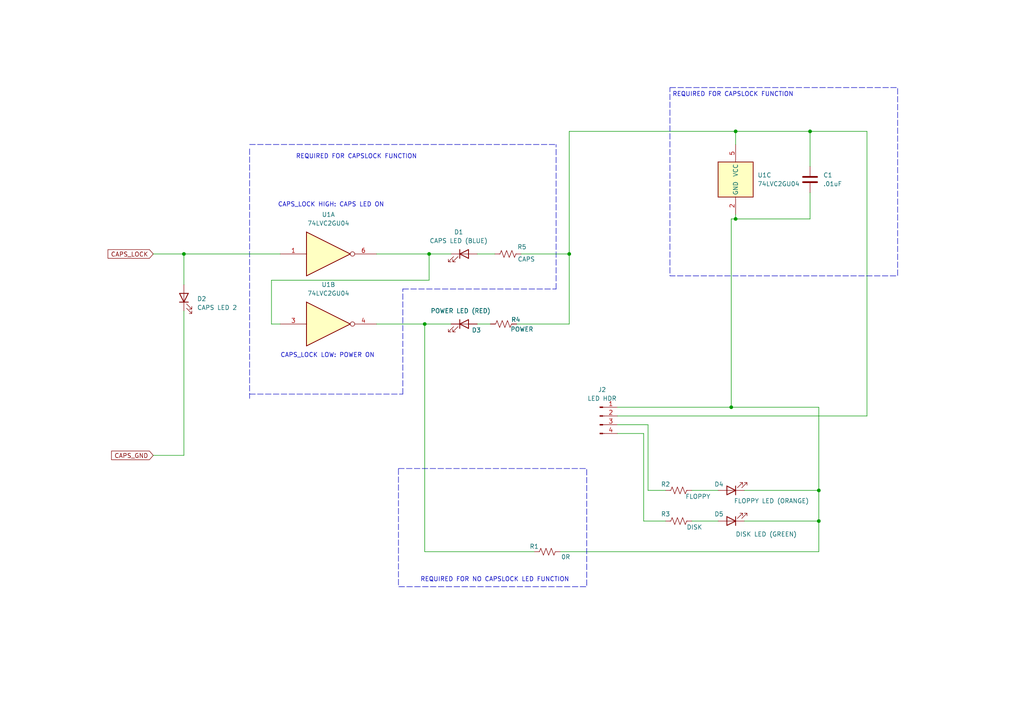
<source format=kicad_sch>
(kicad_sch (version 20231120) (generator "eeschema") (generator_version "8.0")
  (paper "A4")
  (lib_symbols
    (symbol "74xGxx:74LVC2GU04"
      (property "Reference" "U" (at -2.54 3.81 0))
      (property "Value" "74LVC2GU04" (at 0 -3.81 0))
      (symbol "74LVC2GU04_1_1"
        (polyline (pts (xy -7.62 6.35) (xy -7.62 -6.35) (xy 5.08 0) (xy -7.62 6.35)) (stroke (width 0.254)) (fill (type background)))
        (pin input line (at -15.24 0 0) (length 7.62) (name "~") (number "1"))
        (pin output inverted (at 12.7 0 180) (length 7.62) (name "~") (number "6"))
      )
      (symbol "74LVC2GU04_2_1"
        (polyline (pts (xy -7.62 6.35) (xy -7.62 -6.35) (xy 5.08 0) (xy -7.62 6.35)) (stroke (width 0.254)) (fill (type background)))
        (pin input line (at -15.24 0 0) (length 7.62) (name "~") (number "3"))
        (pin output inverted (at 12.7 0 180) (length 7.62) (name "~") (number "4"))
      )
      (symbol "74LVC2GU04_3_0"
        (rectangle (start -5.08 -5.08) (end 5.08 5.08) (stroke (width 0.254)) (fill (type background)))
      )
      (symbol "74LVC2GU04_3_1"
        (pin power_in line (at 0 -10.16 90) (length 5.08) (name "GND") (number "2"))
        (pin power_in line (at 0 10.16 270) (length 5.08) (name "VCC") (number "5"))
      )
    )
    (symbol "Connector:Conn_01x04_Pin" (pin_names (offset 1.016) hide)
      (property "Reference" "J" (at 0 5.08 0))
      (property "Value" "Conn_01x04_Pin" (at 0 -7.62 0))
      (symbol "Conn_01x04_Pin_1_1"
        (polyline (pts (xy 1.27 -5.08) (xy 0.8636 -5.08)) (stroke (width 0.1524)))
        (polyline (pts (xy 1.27 -2.54) (xy 0.8636 -2.54)) (stroke (width 0.1524)))
        (polyline (pts (xy 1.27 0) (xy 0.8636 0)) (stroke (width 0.1524)))
        (polyline (pts (xy 1.27 2.54) (xy 0.8636 2.54)) (stroke (width 0.1524)))
        (rectangle (start 0.8636 -4.953) (end 0 -5.207) (stroke (width 0.1524)) (fill (type outline)))
        (rectangle (start 0.8636 -2.413) (end 0 -2.667) (stroke (width 0.1524)) (fill (type outline)))
        (rectangle (start 0.8636 0.127) (end 0 -0.127) (stroke (width 0.1524)) (fill (type outline)))
        (rectangle (start 0.8636 2.667) (end 0 2.413) (stroke (width 0.1524)) (fill (type outline)))
        (pin passive line (at 5.08 2.54 180) (length 3.81) (name "Pin_1") (number "1"))
        (pin passive line (at 5.08 0 180) (length 3.81) (name "Pin_2") (number "2"))
        (pin passive line (at 5.08 -2.54 180) (length 3.81) (name "Pin_3") (number "3"))
        (pin passive line (at 5.08 -5.08 180) (length 3.81) (name "Pin_4") (number "4"))
      )
    )
    (symbol "Device:C" (pin_numbers hide) (pin_names (offset 0.254))
      (property "Reference" "C" (at 0.635 2.54 0))
      (property "Value" "C" (at 0.635 -2.54 0))
      (symbol "C_0_1"
        (polyline (pts (xy -2.032 -0.762) (xy 2.032 -0.762)) (stroke (width 0.508)))
        (polyline (pts (xy -2.032 0.762) (xy 2.032 0.762)) (stroke (width 0.508)))
      )
      (symbol "C_1_1"
        (pin passive line (at 0 3.81 270) (length 2.794) (name "~") (number "1"))
        (pin passive line (at 0 -3.81 90) (length 2.794) (name "~") (number "2"))
      )
    )
    (symbol "Device:LED" (pin_numbers hide) (pin_names (offset 1.016) hide)
      (property "Reference" "D" (at 0 2.54 0))
      (property "Value" "LED" (at 0 -2.54 0))
      (symbol "LED_0_1"
        (polyline (pts (xy -1.27 -1.27) (xy -1.27 1.27)) (stroke (width 0.254)))
        (polyline (pts (xy -1.27 0) (xy 1.27 0)))
        (polyline (pts (xy 1.27 -1.27) (xy 1.27 1.27) (xy -1.27 0) (xy 1.27 -1.27)) (stroke (width 0.254)))
        (polyline (pts (xy -3.048 -0.762) (xy -4.572 -2.286) (xy -3.81 -2.286) (xy -4.572 -2.286) (xy -4.572 -1.524)))
        (polyline (pts (xy -1.778 -0.762) (xy -3.302 -2.286) (xy -2.54 -2.286) (xy -3.302 -2.286) (xy -3.302 -1.524)))
      )
      (symbol "LED_1_1"
        (pin passive line (at -3.81 0 0) (length 2.54) (name "K") (number "1"))
        (pin passive line (at 3.81 0 180) (length 2.54) (name "A") (number "2"))
      )
    )
    (symbol "Device:R_US" (pin_numbers hide) (pin_names (offset 0))
      (property "Reference" "R" (at 2.54 0 90))
      (property "Value" "R_US" (at -2.54 0 90))
      (symbol "R_US_0_1"
        (polyline (pts (xy 0 -2.286) (xy 0 -2.54)))
        (polyline (pts (xy 0 2.286) (xy 0 2.54)))
        (polyline (pts (xy 0 -0.762) (xy 1.016 -1.143) (xy 0 -1.524) (xy -1.016 -1.905) (xy 0 -2.286)))
        (polyline (pts (xy 0 0.762) (xy 1.016 0.381) (xy 0 0) (xy -1.016 -0.381) (xy 0 -0.762)))
        (polyline (pts (xy 0 2.286) (xy 1.016 1.905) (xy 0 1.524) (xy -1.016 1.143) (xy 0 0.762)))
      )
      (symbol "R_US_1_1"
        (pin passive line (at 0 3.81 270) (length 1.27) (name "~") (number "1"))
        (pin passive line (at 0 -3.81 90) (length 1.27) (name "~") (number "2"))
      )
    )
  )
  (junction (at 53.34 73.66))
  (junction (at 124.46 73.66))
  (junction (at 234.95 38.1))
  (junction (at 237.49 151.13))
  (junction (at 165.1 73.66))
  (junction (at 123.19 93.98))
  (junction (at 213.36 38.1))
  (junction (at 212.09 118.11))
  (junction (at 237.49 142.24))
  (junction (at 213.36 63.5))
  (wire (pts (xy 213.36 38.1) (xy 213.36 41.91)))
  (wire (pts (xy 124.46 81.28) (xy 78.74 81.28)))
  (wire (pts (xy 109.22 73.66) (xy 124.46 73.66)))
  (wire (pts (xy 213.36 62.23) (xy 213.36 63.5)))
  (wire (pts (xy 123.19 93.98) (xy 130.81 93.98)))
  (wire (pts (xy 234.95 63.5) (xy 213.36 63.5)))
  (wire (pts (xy 213.36 38.1) (xy 234.95 38.1)))
  (wire (pts (xy 212.09 63.5) (xy 212.09 118.11)))
  (wire (pts (xy 237.49 142.24) (xy 237.49 151.13)))
  (wire (pts (xy 138.43 73.66) (xy 143.51 73.66)))
  (wire (pts (xy 234.95 55.88) (xy 234.95 63.5)))
  (wire (pts (xy 187.96 142.24) (xy 193.04 142.24)))
  (wire (pts (xy 237.49 142.24) (xy 215.9 142.24)))
  (wire (pts (xy 186.69 151.13) (xy 193.04 151.13)))
  (wire (pts (xy 165.1 38.1) (xy 165.1 73.66)))
  (polyline (pts (xy 161.29 83.82) (xy 161.29 41.91)) (stroke (width 0) (type dash)))
  (wire (pts (xy 165.1 38.1) (xy 213.36 38.1)))
  (polyline (pts (xy 116.84 114.3) (xy 116.84 83.82)) (stroke (width 0) (type dash)))
  (polyline (pts (xy 72.39 114.3) (xy 116.84 114.3)) (stroke (width 0) (type dash)))
  (wire (pts (xy 149.86 93.98) (xy 165.1 93.98)))
  (wire (pts (xy 179.07 125.73) (xy 186.69 125.73)))
  (wire (pts (xy 186.69 125.73) (xy 186.69 151.13)))
  (wire (pts (xy 78.74 81.28) (xy 78.74 93.98)))
  (wire (pts (xy 78.74 93.98) (xy 81.28 93.98)))
  (wire (pts (xy 124.46 73.66) (xy 130.81 73.66)))
  (wire (pts (xy 151.13 73.66) (xy 165.1 73.66)))
  (wire (pts (xy 179.07 123.19) (xy 187.96 123.19)))
  (wire (pts (xy 237.49 151.13) (xy 215.9 151.13)))
  (wire (pts (xy 234.95 38.1) (xy 251.46 38.1)))
  (wire (pts (xy 154.94 160.02) (xy 123.19 160.02)))
  (wire (pts (xy 212.09 118.11) (xy 179.07 118.11)))
  (polyline (pts (xy 116.84 83.82) (xy 161.29 83.82)) (stroke (width 0) (type dash)))
  (wire (pts (xy 234.95 48.26) (xy 234.95 38.1)))
  (wire (pts (xy 187.96 123.19) (xy 187.96 142.24)))
  (wire (pts (xy 53.34 132.08) (xy 44.45 132.08)))
  (wire (pts (xy 53.34 73.66) (xy 53.34 82.55)))
  (polyline (pts (xy 72.39 41.91) (xy 161.29 41.91)) (stroke (width 0) (type dash)))
  (wire (pts (xy 165.1 73.66) (xy 165.1 93.98)))
  (wire (pts (xy 179.07 120.65) (xy 251.46 120.65)))
  (wire (pts (xy 53.34 73.66) (xy 81.28 73.66)))
  (wire (pts (xy 200.66 142.24) (xy 208.28 142.24)))
  (wire (pts (xy 237.49 151.13) (xy 237.49 160.02)))
  (wire (pts (xy 237.49 160.02) (xy 162.56 160.02)))
  (wire (pts (xy 251.46 38.1) (xy 251.46 120.65)))
  (wire (pts (xy 53.34 90.17) (xy 53.34 132.08)))
  (wire (pts (xy 212.09 63.5) (xy 213.36 63.5)))
  (wire (pts (xy 44.45 73.66) (xy 53.34 73.66)))
  (wire (pts (xy 212.09 118.11) (xy 237.49 118.11)))
  (wire (pts (xy 138.43 93.98) (xy 142.24 93.98)))
  (polyline (pts (xy 72.39 43.18) (xy 72.39 115.57)) (stroke (width 0) (type dash)))
  (wire (pts (xy 109.22 93.98) (xy 123.19 93.98)))
  (wire (pts (xy 237.49 118.11) (xy 237.49 142.24)))
  (wire (pts (xy 124.46 73.66) (xy 124.46 81.28)))
  (wire (pts (xy 200.66 151.13) (xy 208.28 151.13)))
  (wire (pts (xy 123.19 160.02) (xy 123.19 93.98)))
  (rectangle (start 115.57 135.89) (end 170.18 170.18) (stroke (width 0) (type dash)))
  (rectangle (start 194.31 25.4) (end 260.35 80.01) (stroke (width 0) (type dash)))
  (text "REQUIRED FOR CAPSLOCK FUNCTION" (at 212.598 27.432 0) (effects (font (size 1.27 1.27))))
  (text "REQUIRED FOR CAPSLOCK FUNCTION" (at 103.378 45.466 0) (effects (font (size 1.27 1.27))))
  (text "REQUIRED FOR NO CAPSLOCK LED FUNCTION" (at 143.51 168.148 0) (effects (font (size 1.27 1.27))))
  (text "CAPS_LOCK HIGH: CAPS LED ON" (at 96.012 59.436 0) (effects (font (size 1.27 1.27))))
  (text "CAPS_LOCK LOW: POWER ON" (at 94.996 103.124 0) (effects (font (size 1.27 1.27))))
  (global_label "CAPS_LOCK" (shape input) (at 44.45 73.66 180) (property "Intersheetrefs" "${INTERSHEET_REFS}" (effects (hide yes))))
  (global_label "CAPS_GND" (shape input) (at 44.45 132.08 180) (property "Intersheetrefs" "${INTERSHEET_REFS}" (effects (hide yes))))
  (symbol (lib_id "Device:R_US") (at 196.85 151.13 90) (unit 1)
    (property "Reference" "R3" (at 193.04 149.098 90))
    (property "Value" "DISK" (at 201.422 152.908 90))
    (property "Footprint" "Resistor_SMD:R_0805_2012Metric_Pad1.20x1.40mm_HandSolder" (effects (hide yes)))
    (property "Description" "Resistor, US symbol" (effects (hide yes)))
  )
  (symbol (lib_id "Device:LED") (at 53.34 86.36 90) (unit 1)
    (property "Reference" "D2" (at 57.15 86.6774 90) (effects (justify right)))
    (property "Value" "CAPS LED 2" (at 57.15 89.2174 90) (effects (justify right)))
    (property "Footprint" "LED_SMD:LED_0805_2012Metric" (effects (hide yes)))
    (property "Description" "Light emitting diode" (effects (hide yes)))
  )
  (symbol (lib_id "Device:R_US") (at 196.85 142.24 90) (unit 1)
    (property "Reference" "R2" (at 193.04 140.462 90))
    (property "Value" "FLOPPY" (at 202.438 144.018 90))
    (property "Footprint" "Resistor_SMD:R_0805_2012Metric_Pad1.20x1.40mm_HandSolder" (effects (hide yes)))
    (property "Description" "Resistor, US symbol" (effects (hide yes)))
  )
  (symbol (lib_id "74xGxx:74LVC2GU04") (at 213.36 52.07 0) (unit 3)
    (property "Reference" "U1" (at 219.71 50.7999 0) (effects (justify left)))
    (property "Value" "74LVC2GU04" (at 219.71 53.3399 0) (effects (justify left)))
    (property "Footprint" "Package_TO_SOT_SMD:SOT-23-6" (effects (hide yes)))
    (property "Datasheet" "http://www.ti.com/lit/sg/scyt129e/scyt129e.pdf" (effects (hide yes)))
    (property "Description" "74LVC2G04, Dual NOT Gate, Low-Voltage CMOS" (effects (hide yes)))
  )
  (symbol (lib_id "Device:LED") (at 212.09 151.13 180) (unit 1)
    (property "Reference" "D5" (at 208.534 149.098 0))
    (property "Value" "DISK LED (GREEN)" (at 222.25 154.94 0))
    (property "Footprint" "LED_SMD:LED_0805_2012Metric" (effects (hide yes)))
    (property "Description" "Light emitting diode" (effects (hide yes)))
  )
  (symbol (lib_id "Device:R_US") (at 147.32 73.66 90) (unit 1)
    (property "Reference" "R5" (at 151.384 71.628 90))
    (property "Value" "CAPS" (at 152.654 75.184 90))
    (property "Footprint" "Resistor_SMD:R_0805_2012Metric_Pad1.20x1.40mm_HandSolder" (effects (hide yes)))
    (property "Description" "Resistor, US symbol" (effects (hide yes)))
  )
  (symbol (lib_id "Device:LED") (at 134.62 93.98 0) (unit 1)
    (property "Reference" "D3" (at 138.176 95.758 0))
    (property "Value" "POWER LED (RED)" (at 133.604 90.17 0))
    (property "Footprint" "LED_SMD:LED_0805_2012Metric" (effects (hide yes)))
    (property "Description" "Light emitting diode" (effects (hide yes)))
  )
  (symbol (lib_id "Device:R_US") (at 146.05 93.98 90) (unit 1)
    (property "Reference" "R4" (at 149.606 92.71 90))
    (property "Value" "POWER" (at 151.384 95.504 90))
    (property "Footprint" "Resistor_SMD:R_0805_2012Metric_Pad1.20x1.40mm_HandSolder" (effects (hide yes)))
    (property "Description" "Resistor, US symbol" (effects (hide yes)))
  )
  (symbol (lib_id "Device:C") (at 234.95 52.07 0) (unit 1)
    (property "Reference" "C1" (at 238.76 50.7999 0) (effects (justify left)))
    (property "Value" ".01uF" (at 238.76 53.3399 0) (effects (justify left)))
    (property "Footprint" "Capacitor_SMD:C_0805_2012Metric_Pad1.18x1.45mm_HandSolder" (effects (hide yes)))
    (property "Description" "Unpolarized capacitor" (effects (hide yes)))
  )
  (symbol (lib_id "Device:LED") (at 134.62 73.66 0) (unit 1)
    (property "Reference" "D1" (at 133.0325 67.31 0))
    (property "Value" "CAPS LED (BLUE)" (at 133.0325 69.85 0))
    (property "Footprint" "LED_SMD:LED_0805_2012Metric" (effects (hide yes)))
    (property "Description" "Light emitting diode" (effects (hide yes)))
  )
  (symbol (lib_id "74xGxx:74LVC2GU04") (at 96.52 73.66 0) (unit 1)
    (property "Reference" "U1" (at 95.25 62.23 0))
    (property "Value" "74LVC2GU04" (at 95.25 64.77 0))
    (property "Footprint" "Package_TO_SOT_SMD:SOT-23-6" (effects (hide yes)))
    (property "Datasheet" "http://www.ti.com/lit/sg/scyt129e/scyt129e.pdf" (effects (hide yes)))
    (property "Description" "74LVC2G04, Dual NOT Gate, Low-Voltage CMOS" (effects (hide yes)))
  )
  (symbol (lib_id "Connector:Conn_01x04_Pin") (at 173.99 120.65 0) (unit 1)
    (property "Reference" "J2" (at 174.625 113.03 0))
    (property "Value" "LED HDR" (at 174.625 115.57 0))
    (property "Footprint" "Connector_PinHeader_2.54mm:PinHeader_1x04_P2.54mm_Vertical" (effects (hide yes)))
    (property "Description" "Generic connector, single row, 01x04, script generated" (effects (hide yes)))
  )
  (symbol (lib_id "Device:R_US") (at 158.75 160.02 90) (unit 1)
    (property "Reference" "R1" (at 154.94 158.496 90))
    (property "Value" "0R" (at 164.084 161.544 90))
    (property "Footprint" "Resistor_SMD:R_0805_2012Metric_Pad1.20x1.40mm_HandSolder" (effects (hide yes)))
    (property "Description" "Resistor, US symbol" (effects (hide yes)))
  )
  (symbol (lib_id "Device:LED") (at 212.09 142.24 180) (unit 1)
    (property "Reference" "D4" (at 208.534 140.462 0))
    (property "Value" "FLOPPY LED (ORANGE)" (at 223.774 145.288 0))
    (property "Footprint" "LED_SMD:LED_0805_2012Metric" (effects (hide yes)))
    (property "Description" "Light emitting diode" (effects (hide yes)))
  )
  (symbol (lib_id "74xGxx:74LVC2GU04") (at 96.52 93.98 0) (unit 2)
    (property "Reference" "U1" (at 95.25 82.55 0))
    (property "Value" "74LVC2GU04" (at 95.25 85.09 0))
    (property "Footprint" "Package_TO_SOT_SMD:SOT-23-6" (effects (hide yes)))
    (property "Datasheet" "http://www.ti.com/lit/sg/scyt129e/scyt129e.pdf" (effects (hide yes)))
    (property "Description" "74LVC2G04, Dual NOT Gate, Low-Voltage CMOS" (effects (hide yes)))
  )
)
</source>
